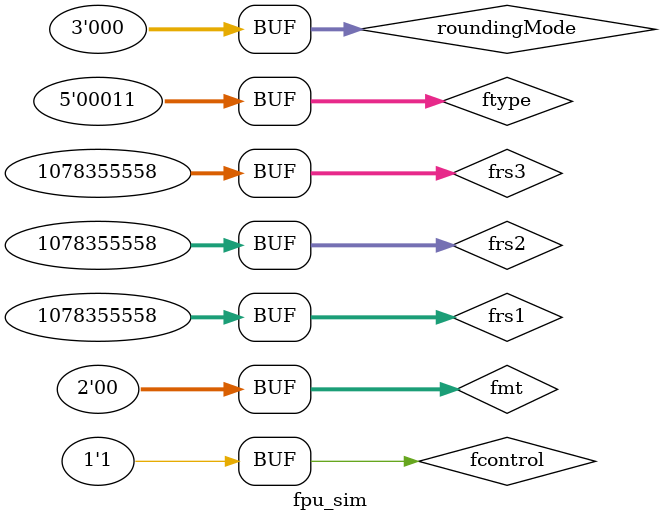
<source format=v>
`timescale 1ns / 1ps


module fpu_sim( );

    reg [31:0] frs1;
    reg [31:0] frs2;
    reg [31:0] frs3;
    
    reg [4:0] ftype;
    reg fcontrol;
    reg [2:0] roundingMode;
    reg [1:0] fmt;
    
    wire [31:0] farithematic_res;
    wire [4:0] exception_flags;
    wire  fflags_valid;

initial begin
    fmt = 2'b00;
    fcontrol = 1'b1;
    roundingMode = 3'b000;
    
    #200
    frs1 = 32'd1078355558;
    frs2 = 32'd1078355558;
    frs3 = 32'd1078355558;
    ftype = 5'd6;
    
    #2000
    ftype = 5'd9; 
    
    #2000
    ftype = 5'd7;
    
    #2000
    ftype = 5'd3;
end

fonecycle u_fonecycle (
	 .frs1(frs1),
	 .frs2(frs2),
	 .frs3(frs3),
	 .ftype(ftype),
	 .fcontrol(fcontrol),
	 .roundingMode(roundingMode),
	 .fmt(fmt),	
	 		
	 .farithematic_res(farithematic_res),
	 .exception_flags(exception_flags),	
	 .fflags_valid(fflags_valid)
);
endmodule

</source>
